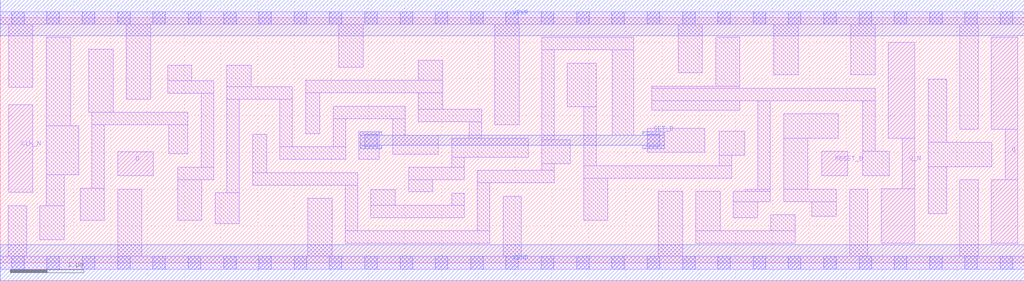
<source format=lef>
# Copyright 2020 The SkyWater PDK Authors
#
# Licensed under the Apache License, Version 2.0 (the "License");
# you may not use this file except in compliance with the License.
# You may obtain a copy of the License at
#
#     https://www.apache.org/licenses/LICENSE-2.0
#
# Unless required by applicable law or agreed to in writing, software
# distributed under the License is distributed on an "AS IS" BASIS,
# WITHOUT WARRANTIES OR CONDITIONS OF ANY KIND, either express or implied.
# See the License for the specific language governing permissions and
# limitations under the License.
#
# SPDX-License-Identifier: Apache-2.0

VERSION 5.7 ;
  NOWIREEXTENSIONATPIN ON ;
  DIVIDERCHAR "/" ;
  BUSBITCHARS "[]" ;
UNITS
  DATABASE MICRONS 200 ;
END UNITS
MACRO sky130_fd_sc_lp__dfbbn_1
  CLASS CORE ;
  FOREIGN sky130_fd_sc_lp__dfbbn_1 ;
  ORIGIN  0.000000  0.000000 ;
  SIZE  13.92000 BY  3.330000 ;
  SYMMETRY X Y R90 ;
  SITE unit ;
  PIN D
    ANTENNAGATEAREA  0.126000 ;
    DIRECTION INPUT ;
    USE SIGNAL ;
    PORT
      LAYER li1 ;
        RECT 1.595000 1.180000 2.080000 1.510000 ;
    END
  END D
  PIN Q
    ANTENNADIFFAREA  0.598500 ;
    DIRECTION OUTPUT ;
    USE SIGNAL ;
    PORT
      LAYER li1 ;
        RECT 13.475000 0.265000 13.830000 1.125000 ;
        RECT 13.475000 1.815000 13.830000 3.065000 ;
        RECT 13.660000 1.125000 13.830000 1.815000 ;
    END
  END Q
  PIN Q_N
    ANTENNADIFFAREA  0.585900 ;
    DIRECTION OUTPUT ;
    USE SIGNAL ;
    PORT
      LAYER li1 ;
        RECT 11.975000 0.265000 12.435000 1.005000 ;
        RECT 12.075000 1.695000 12.435000 2.995000 ;
        RECT 12.265000 1.005000 12.435000 1.695000 ;
    END
  END Q_N
  PIN RESET_B
    ANTENNAGATEAREA  0.159000 ;
    DIRECTION INPUT ;
    USE SIGNAL ;
    PORT
      LAYER li1 ;
        RECT 11.165000 1.180000 11.520000 1.515000 ;
    END
  END RESET_B
  PIN SET_B
    ANTENNAGATEAREA  0.444000 ;
    DIRECTION INPUT ;
    USE SIGNAL ;
    PORT
      LAYER met1 ;
        RECT 4.895000 1.550000 5.185000 1.595000 ;
        RECT 4.895000 1.595000 9.025000 1.735000 ;
        RECT 4.895000 1.735000 5.185000 1.780000 ;
        RECT 8.735000 1.550000 9.025000 1.595000 ;
        RECT 8.735000 1.735000 9.025000 1.780000 ;
    END
  END SET_B
  PIN CLK_N
    ANTENNAGATEAREA  0.159000 ;
    DIRECTION INPUT ;
    USE CLOCK ;
    PORT
      LAYER li1 ;
        RECT 0.115000 0.955000 0.445000 2.150000 ;
    END
  END CLK_N
  PIN VGND
    DIRECTION INOUT ;
    USE GROUND ;
    PORT
      LAYER met1 ;
        RECT 0.000000 -0.245000 13.920000 0.245000 ;
    END
  END VGND
  PIN VPWR
    DIRECTION INOUT ;
    USE POWER ;
    PORT
      LAYER met1 ;
        RECT 0.000000 3.085000 13.920000 3.575000 ;
    END
  END VPWR
  OBS
    LAYER li1 ;
      RECT  0.000000 -0.085000 13.920000 0.085000 ;
      RECT  0.000000  3.245000 13.920000 3.415000 ;
      RECT  0.110000  0.085000  0.360000 0.775000 ;
      RECT  0.115000  2.385000  0.445000 3.245000 ;
      RECT  0.540000  0.315000  0.870000 0.775000 ;
      RECT  0.625000  0.775000  0.870000 1.195000 ;
      RECT  0.625000  1.195000  1.065000 1.865000 ;
      RECT  0.625000  1.865000  0.955000 3.065000 ;
      RECT  1.085000  0.575000  1.415000 1.015000 ;
      RECT  1.205000  2.045000  1.535000 2.905000 ;
      RECT  1.245000  1.015000  1.415000 1.875000 ;
      RECT  1.245000  1.875000  2.550000 2.045000 ;
      RECT  1.595000  0.085000  1.925000 1.000000 ;
      RECT  1.715000  2.225000  2.045000 3.245000 ;
      RECT  2.275000  2.305000  2.900000 2.475000 ;
      RECT  2.275000  2.475000  2.605000 2.685000 ;
      RECT  2.290000  1.480000  2.550000 1.875000 ;
      RECT  2.410000  0.575000  2.740000 1.130000 ;
      RECT  2.410000  1.130000  2.900000 1.300000 ;
      RECT  2.730000  1.300000  2.900000 2.305000 ;
      RECT  2.920000  0.530000  3.250000 0.950000 ;
      RECT  3.080000  0.950000  3.250000 2.225000 ;
      RECT  3.080000  2.225000  3.970000 2.395000 ;
      RECT  3.080000  2.395000  3.410000 2.685000 ;
      RECT  3.430000  1.055000  4.860000 1.225000 ;
      RECT  3.430000  1.225000  3.620000 1.750000 ;
      RECT  3.800000  1.405000  4.695000 1.575000 ;
      RECT  3.800000  1.575000  3.970000 2.225000 ;
      RECT  4.150000  1.755000  4.345000 2.310000 ;
      RECT  4.150000  2.310000  6.015000 2.480000 ;
      RECT  4.180000  0.085000  4.510000 0.875000 ;
      RECT  4.525000  1.575000  4.695000 1.960000 ;
      RECT  4.525000  1.960000  5.505000 2.130000 ;
      RECT  4.605000  2.660000  4.935000 3.245000 ;
      RECT  4.690000  0.265000  6.655000 0.435000 ;
      RECT  4.690000  0.435000  4.860000 1.055000 ;
      RECT  4.875000  1.405000  5.155000 1.780000 ;
      RECT  5.040000  0.615000  6.305000 0.785000 ;
      RECT  5.040000  0.785000  5.370000 0.990000 ;
      RECT  5.335000  1.475000  5.955000 1.735000 ;
      RECT  5.335000  1.735000  5.505000 1.960000 ;
      RECT  5.550000  0.965000  5.880000 1.125000 ;
      RECT  5.550000  1.125000  6.305000 1.295000 ;
      RECT  5.685000  1.915000  6.545000 2.085000 ;
      RECT  5.685000  2.085000  6.015000 2.310000 ;
      RECT  5.685000  2.480000  6.015000 2.755000 ;
      RECT  6.135000  0.785000  6.305000 0.945000 ;
      RECT  6.135000  1.295000  6.305000 1.435000 ;
      RECT  6.135000  1.435000  7.180000 1.695000 ;
      RECT  6.375000  1.695000  6.545000 1.915000 ;
      RECT  6.485000  0.435000  6.655000 1.085000 ;
      RECT  6.485000  1.085000  7.530000 1.255000 ;
      RECT  6.725000  1.875000  7.055000 3.245000 ;
      RECT  6.835000  0.085000  7.085000 0.905000 ;
      RECT  7.360000  1.255000  7.530000 1.345000 ;
      RECT  7.360000  1.345000  7.750000 1.675000 ;
      RECT  7.360000  1.675000  7.530000 2.895000 ;
      RECT  7.360000  2.895000  8.615000 3.065000 ;
      RECT  7.710000  2.120000  8.100000 2.715000 ;
      RECT  7.930000  0.575000  8.260000 1.150000 ;
      RECT  7.930000  1.150000  9.945000 1.320000 ;
      RECT  7.930000  1.320000  8.100000 2.120000 ;
      RECT  8.320000  1.730000  8.615000 2.895000 ;
      RECT  8.795000  1.500000  9.580000 1.830000 ;
      RECT  8.860000  2.070000 10.055000 2.205000 ;
      RECT  8.860000  2.205000 11.895000 2.375000 ;
      RECT  8.860000  2.375000 10.055000 2.400000 ;
      RECT  8.945000  0.085000  9.275000 0.970000 ;
      RECT  9.215000  2.580000  9.545000 3.245000 ;
      RECT  9.455000  0.265000 10.805000 0.435000 ;
      RECT  9.455000  0.435000  9.785000 0.970000 ;
      RECT  9.725000  2.400000 10.055000 3.065000 ;
      RECT  9.775000  1.320000  9.945000 1.460000 ;
      RECT  9.775000  1.460000 10.120000 1.790000 ;
      RECT  9.965000  0.615000 10.295000 0.830000 ;
      RECT  9.965000  0.830000 10.470000 0.970000 ;
      RECT 10.125000  0.970000 10.470000 1.000000 ;
      RECT 10.300000  1.000000 10.470000 2.205000 ;
      RECT 10.475000  0.435000 10.805000 0.650000 ;
      RECT 10.515000  2.555000 10.845000 3.245000 ;
      RECT 10.650000  0.830000 11.365000 1.000000 ;
      RECT 10.650000  1.000000 10.980000 1.695000 ;
      RECT 10.650000  1.695000 11.390000 2.025000 ;
      RECT 11.035000  0.635000 11.365000 0.830000 ;
      RECT 11.545000  0.085000 11.795000 1.000000 ;
      RECT 11.565000  2.555000 11.895000 3.245000 ;
      RECT 11.725000  1.185000 12.085000 1.515000 ;
      RECT 11.725000  1.515000 11.895000 2.205000 ;
      RECT 12.615000  0.665000 12.865000 1.305000 ;
      RECT 12.615000  1.305000 13.480000 1.635000 ;
      RECT 12.615000  1.635000 12.865000 2.495000 ;
      RECT 13.045000  0.085000 13.295000 1.125000 ;
      RECT 13.045000  1.815000 13.295000 3.245000 ;
    LAYER mcon ;
      RECT  0.155000 -0.085000  0.325000 0.085000 ;
      RECT  0.155000  3.245000  0.325000 3.415000 ;
      RECT  0.635000 -0.085000  0.805000 0.085000 ;
      RECT  0.635000  3.245000  0.805000 3.415000 ;
      RECT  1.115000 -0.085000  1.285000 0.085000 ;
      RECT  1.115000  3.245000  1.285000 3.415000 ;
      RECT  1.595000 -0.085000  1.765000 0.085000 ;
      RECT  1.595000  3.245000  1.765000 3.415000 ;
      RECT  2.075000 -0.085000  2.245000 0.085000 ;
      RECT  2.075000  3.245000  2.245000 3.415000 ;
      RECT  2.555000 -0.085000  2.725000 0.085000 ;
      RECT  2.555000  3.245000  2.725000 3.415000 ;
      RECT  3.035000 -0.085000  3.205000 0.085000 ;
      RECT  3.035000  3.245000  3.205000 3.415000 ;
      RECT  3.515000 -0.085000  3.685000 0.085000 ;
      RECT  3.515000  3.245000  3.685000 3.415000 ;
      RECT  3.995000 -0.085000  4.165000 0.085000 ;
      RECT  3.995000  3.245000  4.165000 3.415000 ;
      RECT  4.475000 -0.085000  4.645000 0.085000 ;
      RECT  4.475000  3.245000  4.645000 3.415000 ;
      RECT  4.955000 -0.085000  5.125000 0.085000 ;
      RECT  4.955000  1.580000  5.125000 1.750000 ;
      RECT  4.955000  3.245000  5.125000 3.415000 ;
      RECT  5.435000 -0.085000  5.605000 0.085000 ;
      RECT  5.435000  3.245000  5.605000 3.415000 ;
      RECT  5.915000 -0.085000  6.085000 0.085000 ;
      RECT  5.915000  3.245000  6.085000 3.415000 ;
      RECT  6.395000 -0.085000  6.565000 0.085000 ;
      RECT  6.395000  3.245000  6.565000 3.415000 ;
      RECT  6.875000 -0.085000  7.045000 0.085000 ;
      RECT  6.875000  3.245000  7.045000 3.415000 ;
      RECT  7.355000 -0.085000  7.525000 0.085000 ;
      RECT  7.355000  3.245000  7.525000 3.415000 ;
      RECT  7.835000 -0.085000  8.005000 0.085000 ;
      RECT  7.835000  3.245000  8.005000 3.415000 ;
      RECT  8.315000 -0.085000  8.485000 0.085000 ;
      RECT  8.315000  3.245000  8.485000 3.415000 ;
      RECT  8.795000 -0.085000  8.965000 0.085000 ;
      RECT  8.795000  1.580000  8.965000 1.750000 ;
      RECT  8.795000  3.245000  8.965000 3.415000 ;
      RECT  9.275000 -0.085000  9.445000 0.085000 ;
      RECT  9.275000  3.245000  9.445000 3.415000 ;
      RECT  9.755000 -0.085000  9.925000 0.085000 ;
      RECT  9.755000  3.245000  9.925000 3.415000 ;
      RECT 10.235000 -0.085000 10.405000 0.085000 ;
      RECT 10.235000  3.245000 10.405000 3.415000 ;
      RECT 10.715000 -0.085000 10.885000 0.085000 ;
      RECT 10.715000  3.245000 10.885000 3.415000 ;
      RECT 11.195000 -0.085000 11.365000 0.085000 ;
      RECT 11.195000  3.245000 11.365000 3.415000 ;
      RECT 11.675000 -0.085000 11.845000 0.085000 ;
      RECT 11.675000  3.245000 11.845000 3.415000 ;
      RECT 12.155000 -0.085000 12.325000 0.085000 ;
      RECT 12.155000  3.245000 12.325000 3.415000 ;
      RECT 12.635000 -0.085000 12.805000 0.085000 ;
      RECT 12.635000  3.245000 12.805000 3.415000 ;
      RECT 13.115000 -0.085000 13.285000 0.085000 ;
      RECT 13.115000  3.245000 13.285000 3.415000 ;
      RECT 13.595000 -0.085000 13.765000 0.085000 ;
      RECT 13.595000  3.245000 13.765000 3.415000 ;
  END
END sky130_fd_sc_lp__dfbbn_1
END LIBRARY

</source>
